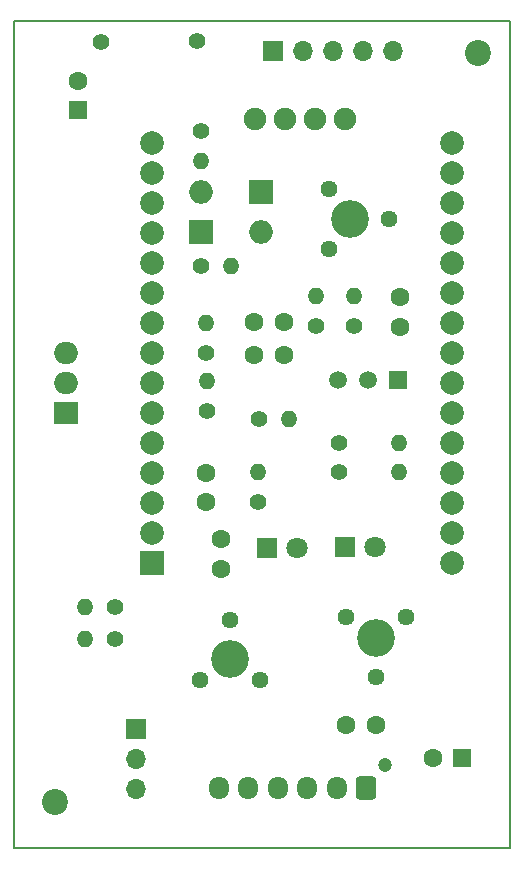
<source format=gbr>
%TF.GenerationSoftware,KiCad,Pcbnew,(6.0.9)*%
%TF.CreationDate,2023-02-20T20:31:07+03:00*%
%TF.ProjectId,ESP32_APRS,45535033-325f-4415-9052-532e6b696361,rev?*%
%TF.SameCoordinates,Original*%
%TF.FileFunction,Soldermask,Top*%
%TF.FilePolarity,Negative*%
%FSLAX46Y46*%
G04 Gerber Fmt 4.6, Leading zero omitted, Abs format (unit mm)*
G04 Created by KiCad (PCBNEW (6.0.9)) date 2023-02-20 20:31:07*
%MOMM*%
%LPD*%
G01*
G04 APERTURE LIST*
G04 Aperture macros list*
%AMRoundRect*
0 Rectangle with rounded corners*
0 $1 Rounding radius*
0 $2 $3 $4 $5 $6 $7 $8 $9 X,Y pos of 4 corners*
0 Add a 4 corners polygon primitive as box body*
4,1,4,$2,$3,$4,$5,$6,$7,$8,$9,$2,$3,0*
0 Add four circle primitives for the rounded corners*
1,1,$1+$1,$2,$3*
1,1,$1+$1,$4,$5*
1,1,$1+$1,$6,$7*
1,1,$1+$1,$8,$9*
0 Add four rect primitives between the rounded corners*
20,1,$1+$1,$2,$3,$4,$5,0*
20,1,$1+$1,$4,$5,$6,$7,0*
20,1,$1+$1,$6,$7,$8,$9,0*
20,1,$1+$1,$8,$9,$2,$3,0*%
G04 Aperture macros list end*
%TA.AperFunction,Profile*%
%ADD10C,0.200000*%
%TD*%
%ADD11R,2.000000X2.000000*%
%ADD12O,2.000000X2.000000*%
%ADD13C,1.400000*%
%ADD14O,1.400000X1.400000*%
%ADD15C,1.600000*%
%ADD16R,1.600000X1.600000*%
%ADD17C,3.200000*%
%ADD18R,1.700000X1.700000*%
%ADD19O,1.700000X1.700000*%
%ADD20C,2.000000*%
%ADD21C,2.200000*%
%ADD22R,1.500000X1.500000*%
%ADD23C,1.500000*%
%ADD24C,1.200000*%
%ADD25RoundRect,0.250000X0.600000X0.725000X-0.600000X0.725000X-0.600000X-0.725000X0.600000X-0.725000X0*%
%ADD26O,1.700000X1.950000*%
%ADD27R,2.000000X1.905000*%
%ADD28O,2.000000X1.905000*%
%ADD29C,1.440000*%
%ADD30R,1.800000X1.800000*%
%ADD31C,1.800000*%
%ADD32C,1.905000*%
G04 APERTURE END LIST*
D10*
X120000000Y-125000000D02*
X120000000Y-55000000D01*
X120000000Y-55000000D02*
X162000000Y-55000000D01*
X120000000Y-125000000D02*
X162000000Y-125000000D01*
X162052000Y-55000000D02*
X162000000Y-125000000D01*
D11*
%TO.C,D1*%
X140910000Y-69480000D03*
D12*
X135830000Y-69480000D03*
%TD*%
D13*
%TO.C,R4*%
X135850000Y-75690000D03*
D14*
X138390000Y-75690000D03*
%TD*%
D15*
%TO.C,C3*%
X140370000Y-80420000D03*
X142870000Y-80420000D03*
%TD*%
D13*
%TO.C,R10*%
X136330000Y-88030000D03*
D14*
X136330000Y-85490000D03*
%TD*%
D16*
%TO.C,C6*%
X157990000Y-117384888D03*
D15*
X155490000Y-117384888D03*
%TD*%
D17*
%TO.C,REF\u002A\u002A*%
X150670000Y-107210000D03*
%TD*%
D13*
%TO.C,R1*%
X128580000Y-107280000D03*
D14*
X126040000Y-107280000D03*
%TD*%
D13*
%TO.C,RX2*%
X147550000Y-90720000D03*
D14*
X152630000Y-90720000D03*
%TD*%
D17*
%TO.C,REF\u002A\u002A*%
X148460000Y-71750000D03*
%TD*%
D16*
%TO.C,C8*%
X125420000Y-62540000D03*
D15*
X125420000Y-60040000D03*
%TD*%
D18*
%TO.C,J1*%
X130340000Y-114890000D03*
D19*
X130340000Y-117430000D03*
X130340000Y-119970000D03*
%TD*%
D13*
%TO.C,R6*%
X136320000Y-83090000D03*
D14*
X136320000Y-80550000D03*
%TD*%
D17*
%TO.C,REF\u002A\u002A*%
X138280000Y-109000000D03*
%TD*%
D13*
%TO.C,REF\u002A\u002A*%
X127390000Y-56790000D03*
%TD*%
D15*
%TO.C,C1*%
X148170000Y-114560000D03*
X150670000Y-114560000D03*
%TD*%
%TO.C,C4*%
X136290000Y-95710000D03*
X136290000Y-93210000D03*
%TD*%
D13*
%TO.C,R8*%
X140650000Y-95720000D03*
D14*
X140650000Y-93180000D03*
%TD*%
D15*
%TO.C,C7*%
X152670000Y-78380000D03*
X152670000Y-80880000D03*
%TD*%
D13*
%TO.C,R5*%
X128580000Y-104610000D03*
D14*
X126040000Y-104610000D03*
%TD*%
D13*
%TO.C,R7*%
X148830000Y-80800000D03*
D14*
X148830000Y-78260000D03*
%TD*%
D13*
%TO.C,TX2*%
X147550000Y-93140000D03*
D14*
X152630000Y-93140000D03*
%TD*%
D11*
%TO.C,U2*%
X131687300Y-100859000D03*
D20*
X131687300Y-98319000D03*
X131687300Y-95779000D03*
X131687300Y-93239000D03*
X131687300Y-90699000D03*
X131687300Y-88159000D03*
X131687300Y-85619000D03*
X131687300Y-83079000D03*
X131687300Y-80539000D03*
X131687300Y-77999000D03*
X131687300Y-75459000D03*
X131687300Y-72919000D03*
X131687300Y-70379000D03*
X131687300Y-67839000D03*
X131687300Y-65299000D03*
X157087300Y-65299000D03*
X157087300Y-67839000D03*
X157087300Y-70379000D03*
X157087300Y-72919000D03*
X157087300Y-75459000D03*
X157087300Y-77999000D03*
X157087300Y-80539000D03*
X157087300Y-83079000D03*
X157087300Y-85619000D03*
X157087300Y-88159000D03*
X157087300Y-90699000D03*
X157087300Y-93239000D03*
X157087300Y-95779000D03*
X157087300Y-98319000D03*
X157087300Y-100859000D03*
%TD*%
D13*
%TO.C,R9*%
X145590000Y-80760000D03*
D14*
X145590000Y-78220000D03*
%TD*%
D15*
%TO.C,C2*%
X137550000Y-101350000D03*
X137550000Y-98850000D03*
%TD*%
D21*
%TO.C,REF\u002A\u002A*%
X123490000Y-121080000D03*
%TD*%
D18*
%TO.C,Brd3*%
X141995000Y-57530000D03*
D19*
X144535000Y-57530000D03*
X147075000Y-57530000D03*
X149615000Y-57530000D03*
X152155000Y-57530000D03*
%TD*%
D22*
%TO.C,Q1*%
X152530000Y-85380000D03*
D23*
X149990000Y-85380000D03*
X147450000Y-85380000D03*
%TD*%
D13*
%TO.C,*%
X135530000Y-56660000D03*
%TD*%
D11*
%TO.C,D2*%
X135820000Y-72810000D03*
D12*
X140900000Y-72810000D03*
%TD*%
D24*
%TO.C,Brd1*%
X151450000Y-117935000D03*
D25*
X149850000Y-119935000D03*
D26*
X147350000Y-119935000D03*
X144850000Y-119935000D03*
X142350000Y-119935000D03*
X139850000Y-119935000D03*
X137350000Y-119935000D03*
%TD*%
D15*
%TO.C,C5*%
X142870000Y-83290000D03*
X140370000Y-83290000D03*
%TD*%
D13*
%TO.C,R2*%
X140750000Y-88640000D03*
D14*
X143290000Y-88640000D03*
%TD*%
D13*
%TO.C,R3*%
X135840000Y-64320000D03*
D14*
X135840000Y-66860000D03*
%TD*%
D21*
%TO.C,REF\u002A\u002A*%
X159340000Y-57700000D03*
%TD*%
D27*
%TO.C,U1*%
X124389000Y-88138000D03*
D28*
X124389000Y-85598000D03*
X124389000Y-83058000D03*
%TD*%
D29*
%TO.C,RV2*%
X153210000Y-105420000D03*
X150670000Y-110500000D03*
X148130000Y-105420000D03*
%TD*%
D30*
%TO.C,TX1*%
X141435000Y-99570000D03*
D31*
X143975000Y-99570000D03*
%TD*%
D29*
%TO.C,RV1*%
X135740000Y-110770000D03*
X138280000Y-105690000D03*
X140820000Y-110770000D03*
%TD*%
%TO.C,RV3*%
X146690000Y-69210000D03*
X151770000Y-71750000D03*
X146690000Y-74290000D03*
%TD*%
D32*
%TO.C,Brd2*%
X148082000Y-63246000D03*
X145542000Y-63246000D03*
X143002000Y-63246000D03*
X140462000Y-63246000D03*
%TD*%
D30*
%TO.C,RX1*%
X148080000Y-99510000D03*
D31*
X150620000Y-99510000D03*
%TD*%
M02*

</source>
